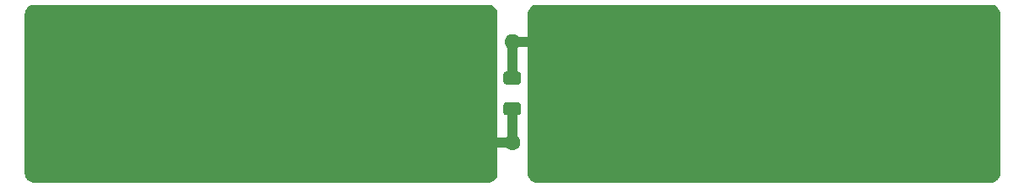
<source format=gbr>
%TF.GenerationSoftware,KiCad,Pcbnew,(5.1.10)-1*%
%TF.CreationDate,2021-08-31T21:24:33+02:00*%
%TF.ProjectId,PCB-EUROBOT2022,5043422d-4555-4524-9f42-4f5432303232,rev?*%
%TF.SameCoordinates,Original*%
%TF.FileFunction,Copper,L2,Bot*%
%TF.FilePolarity,Positive*%
%FSLAX46Y46*%
G04 Gerber Fmt 4.6, Leading zero omitted, Abs format (unit mm)*
G04 Created by KiCad (PCBNEW (5.1.10)-1) date 2021-08-31 21:24:33*
%MOMM*%
%LPD*%
G01*
G04 APERTURE LIST*
%TA.AperFunction,ComponentPad*%
%ADD10O,1.600000X1.600000*%
%TD*%
%TA.AperFunction,ComponentPad*%
%ADD11C,1.600000*%
%TD*%
%TA.AperFunction,Conductor*%
%ADD12C,1.000000*%
%TD*%
%TA.AperFunction,Conductor*%
%ADD13C,0.254000*%
%TD*%
%TA.AperFunction,Conductor*%
%ADD14C,0.100000*%
%TD*%
G04 APERTURE END LIST*
D10*
%TO.P,R2,2*%
%TO.N,/B*%
X150000000Y-94340000D03*
D11*
%TO.P,R2,1*%
%TO.N,/A*%
X150000000Y-104500000D03*
%TD*%
%TO.P,R3,1*%
%TO.N,/A*%
%TA.AperFunction,SMDPad,CuDef*%
G36*
G01*
X150625001Y-101700000D02*
X149374999Y-101700000D01*
G75*
G02*
X149125000Y-101450001I0J249999D01*
G01*
X149125000Y-100649999D01*
G75*
G02*
X149374999Y-100400000I249999J0D01*
G01*
X150625001Y-100400000D01*
G75*
G02*
X150875000Y-100649999I0J-249999D01*
G01*
X150875000Y-101450001D01*
G75*
G02*
X150625001Y-101700000I-249999J0D01*
G01*
G37*
%TD.AperFunction*%
%TO.P,R3,2*%
%TO.N,/B*%
%TA.AperFunction,SMDPad,CuDef*%
G36*
G01*
X150625001Y-98600000D02*
X149374999Y-98600000D01*
G75*
G02*
X149125000Y-98350001I0J249999D01*
G01*
X149125000Y-97549999D01*
G75*
G02*
X149374999Y-97300000I249999J0D01*
G01*
X150625001Y-97300000D01*
G75*
G02*
X150875000Y-97549999I0J-249999D01*
G01*
X150875000Y-98350001D01*
G75*
G02*
X150625001Y-98600000I-249999J0D01*
G01*
G37*
%TD.AperFunction*%
%TD*%
%TO.P,R4,1*%
%TO.N,/A*%
X150000000Y-104500000D03*
D10*
%TO.P,R4,2*%
%TO.N,/B*%
X150000000Y-94340000D03*
%TD*%
D12*
%TO.N,/B*%
X150000000Y-94340000D02*
X150000000Y-97950000D01*
X150000000Y-94340000D02*
X152213215Y-94340000D01*
%TO.N,/A*%
X150000000Y-101050000D02*
X150000000Y-104500000D01*
X150000000Y-104500000D02*
X148000000Y-104500000D01*
%TD*%
D13*
%TO.N,/B*%
X198170189Y-90644376D02*
X198333850Y-90694022D01*
X198484672Y-90774638D01*
X198616870Y-90883130D01*
X198725362Y-91015328D01*
X198805978Y-91166150D01*
X198855624Y-91329811D01*
X198873000Y-91506234D01*
X198873000Y-107493766D01*
X198855624Y-107670189D01*
X198805978Y-107833850D01*
X198725362Y-107984672D01*
X198616870Y-108116870D01*
X198484672Y-108225362D01*
X198333850Y-108305978D01*
X198170189Y-108355624D01*
X197993766Y-108373000D01*
X152506234Y-108373000D01*
X152329811Y-108355624D01*
X152166150Y-108305978D01*
X152015328Y-108225362D01*
X151883130Y-108116870D01*
X151774638Y-107984672D01*
X151694022Y-107833850D01*
X151644376Y-107670189D01*
X151627000Y-107493766D01*
X151627000Y-91506234D01*
X151644376Y-91329811D01*
X151694022Y-91166150D01*
X151774638Y-91015328D01*
X151883130Y-90883130D01*
X152015328Y-90774638D01*
X152166150Y-90694022D01*
X152329811Y-90644376D01*
X152506234Y-90627000D01*
X197993766Y-90627000D01*
X198170189Y-90644376D01*
%TA.AperFunction,Conductor*%
D14*
G36*
X198170189Y-90644376D02*
G01*
X198333850Y-90694022D01*
X198484672Y-90774638D01*
X198616870Y-90883130D01*
X198725362Y-91015328D01*
X198805978Y-91166150D01*
X198855624Y-91329811D01*
X198873000Y-91506234D01*
X198873000Y-107493766D01*
X198855624Y-107670189D01*
X198805978Y-107833850D01*
X198725362Y-107984672D01*
X198616870Y-108116870D01*
X198484672Y-108225362D01*
X198333850Y-108305978D01*
X198170189Y-108355624D01*
X197993766Y-108373000D01*
X152506234Y-108373000D01*
X152329811Y-108355624D01*
X152166150Y-108305978D01*
X152015328Y-108225362D01*
X151883130Y-108116870D01*
X151774638Y-107984672D01*
X151694022Y-107833850D01*
X151644376Y-107670189D01*
X151627000Y-107493766D01*
X151627000Y-91506234D01*
X151644376Y-91329811D01*
X151694022Y-91166150D01*
X151774638Y-91015328D01*
X151883130Y-90883130D01*
X152015328Y-90774638D01*
X152166150Y-90694022D01*
X152329811Y-90644376D01*
X152506234Y-90627000D01*
X197993766Y-90627000D01*
X198170189Y-90644376D01*
G37*
%TD.AperFunction*%
%TD*%
D13*
%TO.N,/A*%
X147670189Y-90644376D02*
X147833850Y-90694022D01*
X147984672Y-90774638D01*
X148116870Y-90883130D01*
X148225362Y-91015328D01*
X148305978Y-91166150D01*
X148355624Y-91329811D01*
X148373000Y-91506234D01*
X148373000Y-107493766D01*
X148355624Y-107670189D01*
X148305978Y-107833850D01*
X148225362Y-107984672D01*
X148116870Y-108116870D01*
X147984672Y-108225362D01*
X147833850Y-108305978D01*
X147670189Y-108355624D01*
X147493766Y-108373000D01*
X102006234Y-108373000D01*
X101829811Y-108355624D01*
X101666150Y-108305978D01*
X101515328Y-108225362D01*
X101383130Y-108116870D01*
X101274638Y-107984672D01*
X101194022Y-107833850D01*
X101144376Y-107670189D01*
X101127000Y-107493766D01*
X101127000Y-91506234D01*
X101144376Y-91329811D01*
X101194022Y-91166150D01*
X101274638Y-91015328D01*
X101383130Y-90883130D01*
X101515328Y-90774638D01*
X101666150Y-90694022D01*
X101829811Y-90644376D01*
X102006234Y-90627000D01*
X147493766Y-90627000D01*
X147670189Y-90644376D01*
%TA.AperFunction,Conductor*%
D14*
G36*
X147670189Y-90644376D02*
G01*
X147833850Y-90694022D01*
X147984672Y-90774638D01*
X148116870Y-90883130D01*
X148225362Y-91015328D01*
X148305978Y-91166150D01*
X148355624Y-91329811D01*
X148373000Y-91506234D01*
X148373000Y-107493766D01*
X148355624Y-107670189D01*
X148305978Y-107833850D01*
X148225362Y-107984672D01*
X148116870Y-108116870D01*
X147984672Y-108225362D01*
X147833850Y-108305978D01*
X147670189Y-108355624D01*
X147493766Y-108373000D01*
X102006234Y-108373000D01*
X101829811Y-108355624D01*
X101666150Y-108305978D01*
X101515328Y-108225362D01*
X101383130Y-108116870D01*
X101274638Y-107984672D01*
X101194022Y-107833850D01*
X101144376Y-107670189D01*
X101127000Y-107493766D01*
X101127000Y-91506234D01*
X101144376Y-91329811D01*
X101194022Y-91166150D01*
X101274638Y-91015328D01*
X101383130Y-90883130D01*
X101515328Y-90774638D01*
X101666150Y-90694022D01*
X101829811Y-90644376D01*
X102006234Y-90627000D01*
X147493766Y-90627000D01*
X147670189Y-90644376D01*
G37*
%TD.AperFunction*%
%TD*%
M02*

</source>
